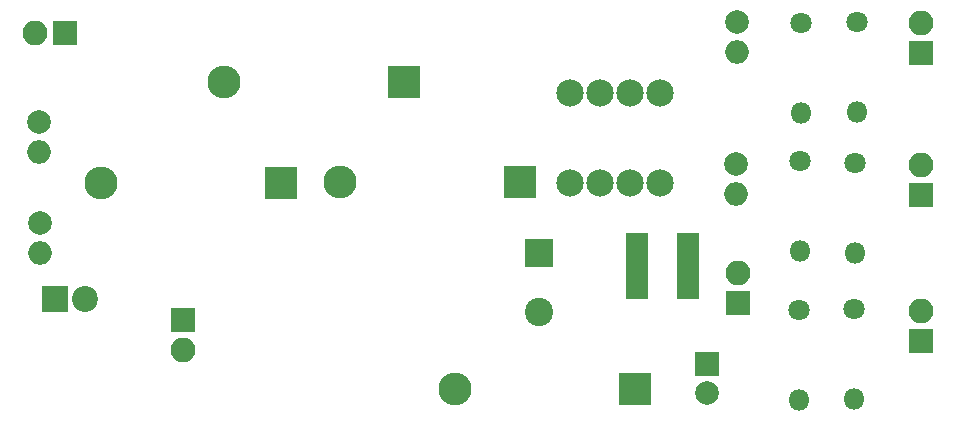
<source format=gbr>
G04 #@! TF.FileFunction,Soldermask,Top*
%FSLAX46Y46*%
G04 Gerber Fmt 4.6, Leading zero omitted, Abs format (unit mm)*
G04 Created by KiCad (PCBNEW 4.0.5) date 04/12/17 15:31:13*
%MOMM*%
%LPD*%
G01*
G04 APERTURE LIST*
%ADD10C,0.025400*%
%ADD11R,2.400000X2.400000*%
%ADD12C,2.400000*%
%ADD13R,2.000000X2.000000*%
%ADD14C,2.000000*%
%ADD15R,2.100000X2.100000*%
%ADD16O,2.100000X2.100000*%
%ADD17C,2.305000*%
%ADD18R,2.200000X2.200000*%
%ADD19C,2.200000*%
%ADD20R,2.800000X2.800000*%
%ADD21O,2.800000X2.800000*%
%ADD22R,1.901140X5.700980*%
%ADD23C,1.800000*%
%ADD24O,1.800000X1.800000*%
%ADD25O,2.000000X2.000000*%
G04 APERTURE END LIST*
D10*
D11*
X47625000Y15621000D03*
D12*
X47625000Y10621000D03*
D13*
X61823600Y6197600D03*
D14*
X61823600Y3697600D03*
D15*
X64490600Y11353800D03*
D16*
X64490600Y13893800D03*
D15*
X7505700Y34201100D03*
D16*
X4965700Y34201100D03*
D15*
X79959200Y32512000D03*
D16*
X79959200Y35052000D03*
D15*
X17462500Y9931400D03*
D16*
X17462500Y7391400D03*
D15*
X79959200Y8153400D03*
D16*
X79959200Y10693400D03*
D17*
X57899300Y29121100D03*
X55359300Y29121100D03*
X52819300Y29121100D03*
X50279300Y29121100D03*
X50279300Y21501100D03*
X52819300Y21501100D03*
X55359300Y21501100D03*
X57899300Y21501100D03*
D15*
X79959200Y20510500D03*
D16*
X79959200Y23050500D03*
D18*
X6616700Y11709400D03*
D19*
X9156700Y11709400D03*
D20*
X25819100Y21488400D03*
D21*
X10579100Y21488400D03*
D20*
X36182300Y30022800D03*
D21*
X20942300Y30022800D03*
D20*
X45999400Y21577300D03*
D21*
X30759400Y21577300D03*
D22*
X55880000Y14503400D03*
X60198000Y14503400D03*
D23*
X69824600Y35090100D03*
D24*
X69824600Y27470100D03*
D23*
X69735700Y23355300D03*
D24*
X69735700Y15735300D03*
D23*
X74536300Y35179000D03*
D24*
X74536300Y27559000D03*
D23*
X74358500Y23177500D03*
D24*
X74358500Y15557500D03*
D23*
X69646800Y10731500D03*
D24*
X69646800Y3111500D03*
D23*
X74269600Y10820400D03*
D24*
X74269600Y3200400D03*
D20*
X55778400Y4064000D03*
D21*
X40538400Y4064000D03*
D14*
X5283200Y26644600D03*
D25*
X5283200Y24104600D03*
D14*
X5372100Y18110200D03*
D25*
X5372100Y15570200D03*
D14*
X64401700Y35179000D03*
D25*
X64401700Y32639000D03*
D14*
X64312800Y23088600D03*
D25*
X64312800Y20548600D03*
M02*

</source>
